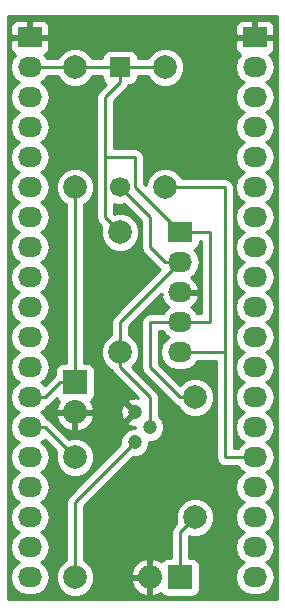
<source format=gbr>
G04 #@! TF.FileFunction,Copper,L1,Top,Signal*
%FSLAX46Y46*%
G04 Gerber Fmt 4.6, Leading zero omitted, Abs format (unit mm)*
G04 Created by KiCad (PCBNEW 4.0.3+e1-6302~38~ubuntu16.04.1-stable) date Tue Aug 16 16:02:34 2016*
%MOMM*%
%LPD*%
G01*
G04 APERTURE LIST*
%ADD10C,0.100000*%
%ADD11C,1.699260*%
%ADD12R,1.699260X1.699260*%
%ADD13R,2.032000X1.727200*%
%ADD14O,2.032000X1.727200*%
%ADD15R,2.032000X2.032000*%
%ADD16O,2.032000X2.032000*%
%ADD17C,1.200000*%
%ADD18C,1.998980*%
%ADD19C,0.250000*%
%ADD20C,0.254000*%
G04 APERTURE END LIST*
D10*
D11*
X68582540Y-88900520D03*
D12*
X68582540Y-78740520D03*
D13*
X60960000Y-76200000D03*
D14*
X60960000Y-78740000D03*
X60960000Y-81280000D03*
X60960000Y-83820000D03*
X60960000Y-86360000D03*
X60960000Y-88900000D03*
X60960000Y-91440000D03*
X60960000Y-93980000D03*
X60960000Y-96520000D03*
X60960000Y-99060000D03*
X60960000Y-101600000D03*
X60960000Y-104140000D03*
X60960000Y-106680000D03*
X60960000Y-109220000D03*
X60960000Y-111760000D03*
X60960000Y-114300000D03*
X60960000Y-116840000D03*
X60960000Y-119380000D03*
X60960000Y-121920000D03*
D13*
X73660000Y-92710000D03*
D14*
X73660000Y-95250000D03*
X73660000Y-97790000D03*
X73660000Y-100330000D03*
X73660000Y-102870000D03*
D15*
X64770000Y-105410000D03*
D16*
X64770000Y-107950000D03*
D13*
X80010000Y-76200000D03*
D14*
X80010000Y-78740000D03*
X80010000Y-81280000D03*
X80010000Y-83820000D03*
X80010000Y-86360000D03*
X80010000Y-88900000D03*
X80010000Y-91440000D03*
X80010000Y-93980000D03*
X80010000Y-96520000D03*
X80010000Y-99060000D03*
X80010000Y-101600000D03*
X80010000Y-104140000D03*
X80010000Y-106680000D03*
X80010000Y-109220000D03*
X80010000Y-111760000D03*
X80010000Y-114300000D03*
X80010000Y-116840000D03*
X80010000Y-119380000D03*
X80010000Y-121920000D03*
D15*
X73660000Y-121920000D03*
D16*
X71120000Y-121920000D03*
D17*
X69850000Y-110490000D03*
X71120000Y-109220000D03*
X69850000Y-107950000D03*
D18*
X64770000Y-121920000D03*
X64770000Y-111760000D03*
X68580000Y-92710000D03*
X68580000Y-102870000D03*
X72390000Y-88900000D03*
X72390000Y-78740000D03*
X64770000Y-78740000D03*
X64770000Y-88900000D03*
X74930000Y-106680000D03*
X74930000Y-116840000D03*
D19*
X68582540Y-88900520D02*
X68582540Y-88902540D01*
X68582540Y-88902540D02*
X71120000Y-91440000D01*
X71120000Y-91440000D02*
X71120000Y-93980000D01*
X71120000Y-93980000D02*
X72390000Y-95250000D01*
X72390000Y-95250000D02*
X73660000Y-95250000D01*
X68580000Y-102870000D02*
X68580000Y-104140000D01*
X71120000Y-106680000D02*
X71120000Y-109220000D01*
X68580000Y-104140000D02*
X71120000Y-106680000D01*
X68580000Y-102870000D02*
X68580000Y-100330000D01*
X68580000Y-100330000D02*
X73660000Y-95250000D01*
X67310000Y-86360000D02*
X69850000Y-86360000D01*
X71120000Y-90170000D02*
X73660000Y-92710000D01*
X69850000Y-88900000D02*
X71120000Y-90170000D01*
X69850000Y-86360000D02*
X69850000Y-88900000D01*
X73660000Y-100330000D02*
X76200000Y-100330000D01*
X76200000Y-100330000D02*
X76200000Y-92710000D01*
X76200000Y-92710000D02*
X73660000Y-92710000D01*
X74930000Y-106680000D02*
X73660000Y-106680000D01*
X71120000Y-100330000D02*
X73660000Y-100330000D01*
X71120000Y-104140000D02*
X71120000Y-100330000D01*
X73660000Y-106680000D02*
X71120000Y-104140000D01*
X68582540Y-78740520D02*
X68582540Y-80007460D01*
X67310000Y-91440000D02*
X68580000Y-92710000D01*
X67310000Y-81280000D02*
X67310000Y-86360000D01*
X67310000Y-86360000D02*
X67310000Y-91440000D01*
X68582540Y-80007460D02*
X67310000Y-81280000D01*
X68582540Y-78740520D02*
X72389480Y-78740520D01*
X72389480Y-78740520D02*
X72390000Y-78740000D01*
X64770000Y-78740000D02*
X68582020Y-78740000D01*
X68582020Y-78740000D02*
X68582540Y-78740520D01*
X60960000Y-78740000D02*
X64770000Y-78740000D01*
X64770000Y-105410000D02*
X64770000Y-88900000D01*
X60960000Y-106680000D02*
X62230000Y-106680000D01*
X63500000Y-105410000D02*
X64770000Y-105410000D01*
X62230000Y-106680000D02*
X63500000Y-105410000D01*
X60960000Y-109220000D02*
X62230000Y-109220000D01*
X62230000Y-109220000D02*
X64770000Y-111760000D01*
X72390000Y-88900000D02*
X77470000Y-88900000D01*
X77470000Y-88900000D02*
X77470000Y-102870000D01*
X73660000Y-102870000D02*
X77470000Y-102870000D01*
X77470000Y-111760000D02*
X80010000Y-111760000D01*
X77470000Y-102870000D02*
X77470000Y-111760000D01*
X73660000Y-121920000D02*
X73660000Y-118110000D01*
X73660000Y-118110000D02*
X74930000Y-116840000D01*
X64770000Y-121920000D02*
X64770000Y-115570000D01*
X64770000Y-115570000D02*
X69850000Y-110490000D01*
D20*
G36*
X81840000Y-123750000D02*
X59130000Y-123750000D01*
X59130000Y-78740000D01*
X59276655Y-78740000D01*
X59390729Y-79313489D01*
X59715585Y-79799670D01*
X60030366Y-80010000D01*
X59715585Y-80220330D01*
X59390729Y-80706511D01*
X59276655Y-81280000D01*
X59390729Y-81853489D01*
X59715585Y-82339670D01*
X60030366Y-82550000D01*
X59715585Y-82760330D01*
X59390729Y-83246511D01*
X59276655Y-83820000D01*
X59390729Y-84393489D01*
X59715585Y-84879670D01*
X60030366Y-85090000D01*
X59715585Y-85300330D01*
X59390729Y-85786511D01*
X59276655Y-86360000D01*
X59390729Y-86933489D01*
X59715585Y-87419670D01*
X60030366Y-87630000D01*
X59715585Y-87840330D01*
X59390729Y-88326511D01*
X59276655Y-88900000D01*
X59390729Y-89473489D01*
X59715585Y-89959670D01*
X60030366Y-90170000D01*
X59715585Y-90380330D01*
X59390729Y-90866511D01*
X59276655Y-91440000D01*
X59390729Y-92013489D01*
X59715585Y-92499670D01*
X60030366Y-92710000D01*
X59715585Y-92920330D01*
X59390729Y-93406511D01*
X59276655Y-93980000D01*
X59390729Y-94553489D01*
X59715585Y-95039670D01*
X60030366Y-95250000D01*
X59715585Y-95460330D01*
X59390729Y-95946511D01*
X59276655Y-96520000D01*
X59390729Y-97093489D01*
X59715585Y-97579670D01*
X60030366Y-97790000D01*
X59715585Y-98000330D01*
X59390729Y-98486511D01*
X59276655Y-99060000D01*
X59390729Y-99633489D01*
X59715585Y-100119670D01*
X60030366Y-100330000D01*
X59715585Y-100540330D01*
X59390729Y-101026511D01*
X59276655Y-101600000D01*
X59390729Y-102173489D01*
X59715585Y-102659670D01*
X60030366Y-102870000D01*
X59715585Y-103080330D01*
X59390729Y-103566511D01*
X59276655Y-104140000D01*
X59390729Y-104713489D01*
X59715585Y-105199670D01*
X60030366Y-105410000D01*
X59715585Y-105620330D01*
X59390729Y-106106511D01*
X59276655Y-106680000D01*
X59390729Y-107253489D01*
X59715585Y-107739670D01*
X60030366Y-107950000D01*
X59715585Y-108160330D01*
X59390729Y-108646511D01*
X59276655Y-109220000D01*
X59390729Y-109793489D01*
X59715585Y-110279670D01*
X60030366Y-110490000D01*
X59715585Y-110700330D01*
X59390729Y-111186511D01*
X59276655Y-111760000D01*
X59390729Y-112333489D01*
X59715585Y-112819670D01*
X60030366Y-113030000D01*
X59715585Y-113240330D01*
X59390729Y-113726511D01*
X59276655Y-114300000D01*
X59390729Y-114873489D01*
X59715585Y-115359670D01*
X60030366Y-115570000D01*
X59715585Y-115780330D01*
X59390729Y-116266511D01*
X59276655Y-116840000D01*
X59390729Y-117413489D01*
X59715585Y-117899670D01*
X60030366Y-118110000D01*
X59715585Y-118320330D01*
X59390729Y-118806511D01*
X59276655Y-119380000D01*
X59390729Y-119953489D01*
X59715585Y-120439670D01*
X60030366Y-120650000D01*
X59715585Y-120860330D01*
X59390729Y-121346511D01*
X59276655Y-121920000D01*
X59390729Y-122493489D01*
X59715585Y-122979670D01*
X60201766Y-123304526D01*
X60775255Y-123418600D01*
X61144745Y-123418600D01*
X61718234Y-123304526D01*
X62204415Y-122979670D01*
X62529271Y-122493489D01*
X62643345Y-121920000D01*
X62529271Y-121346511D01*
X62204415Y-120860330D01*
X61889634Y-120650000D01*
X62204415Y-120439670D01*
X62529271Y-119953489D01*
X62643345Y-119380000D01*
X62529271Y-118806511D01*
X62204415Y-118320330D01*
X61889634Y-118110000D01*
X62204415Y-117899670D01*
X62529271Y-117413489D01*
X62643345Y-116840000D01*
X62529271Y-116266511D01*
X62204415Y-115780330D01*
X61889634Y-115570000D01*
X62204415Y-115359670D01*
X62529271Y-114873489D01*
X62643345Y-114300000D01*
X62529271Y-113726511D01*
X62204415Y-113240330D01*
X61889634Y-113030000D01*
X62204415Y-112819670D01*
X62529271Y-112333489D01*
X62643345Y-111760000D01*
X62529271Y-111186511D01*
X62204415Y-110700330D01*
X61889634Y-110490000D01*
X62204415Y-110279670D01*
X62208602Y-110273404D01*
X63204115Y-111268917D01*
X63135794Y-111433453D01*
X63135226Y-112083694D01*
X63383538Y-112684655D01*
X63842927Y-113144846D01*
X64443453Y-113394206D01*
X65093694Y-113394774D01*
X65694655Y-113146462D01*
X66154846Y-112687073D01*
X66404206Y-112086547D01*
X66404774Y-111436306D01*
X66156462Y-110835345D01*
X65697073Y-110375154D01*
X65096547Y-110125794D01*
X64446306Y-110125226D01*
X64279111Y-110194309D01*
X62767401Y-108682599D01*
X62520839Y-108517852D01*
X62431419Y-108500065D01*
X62319754Y-108332946D01*
X63164017Y-108332946D01*
X63432812Y-108918379D01*
X63905182Y-109356385D01*
X64387056Y-109555975D01*
X64643000Y-109436836D01*
X64643000Y-108077000D01*
X64897000Y-108077000D01*
X64897000Y-109436836D01*
X65152944Y-109555975D01*
X65634818Y-109356385D01*
X66107188Y-108918379D01*
X66375983Y-108332946D01*
X66257367Y-108077000D01*
X64897000Y-108077000D01*
X64643000Y-108077000D01*
X63282633Y-108077000D01*
X63164017Y-108332946D01*
X62319754Y-108332946D01*
X62204415Y-108160330D01*
X61889634Y-107950000D01*
X62204415Y-107739670D01*
X62431419Y-107399935D01*
X62520839Y-107382148D01*
X62767401Y-107217401D01*
X63218436Y-106766366D01*
X63289910Y-106877441D01*
X63436872Y-106977856D01*
X63432812Y-106981621D01*
X63164017Y-107567054D01*
X63282633Y-107823000D01*
X64643000Y-107823000D01*
X64643000Y-107803000D01*
X64897000Y-107803000D01*
X64897000Y-107823000D01*
X66257367Y-107823000D01*
X66276814Y-107781036D01*
X68602193Y-107781036D01*
X68632518Y-108271413D01*
X68761836Y-108583617D01*
X68987265Y-108633130D01*
X69670395Y-107950000D01*
X68987265Y-107266870D01*
X68761836Y-107316383D01*
X68602193Y-107781036D01*
X66276814Y-107781036D01*
X66375983Y-107567054D01*
X66107188Y-106981621D01*
X66102276Y-106977066D01*
X66237441Y-106890090D01*
X66382431Y-106677890D01*
X66433440Y-106426000D01*
X66433440Y-104394000D01*
X66389162Y-104158683D01*
X66250090Y-103942559D01*
X66037890Y-103797569D01*
X65786000Y-103746560D01*
X65530000Y-103746560D01*
X65530000Y-90354496D01*
X65694655Y-90286462D01*
X66154846Y-89827073D01*
X66404206Y-89226547D01*
X66404774Y-88576306D01*
X66156462Y-87975345D01*
X65697073Y-87515154D01*
X65096547Y-87265794D01*
X64446306Y-87265226D01*
X63845345Y-87513538D01*
X63385154Y-87972927D01*
X63135794Y-88573453D01*
X63135226Y-89223694D01*
X63383538Y-89824655D01*
X63842927Y-90284846D01*
X64010000Y-90354221D01*
X64010000Y-103746560D01*
X63754000Y-103746560D01*
X63518683Y-103790838D01*
X63302559Y-103929910D01*
X63157569Y-104142110D01*
X63106560Y-104394000D01*
X63106560Y-104776407D01*
X62962599Y-104872599D01*
X62208602Y-105626596D01*
X62204415Y-105620330D01*
X61889634Y-105410000D01*
X62204415Y-105199670D01*
X62529271Y-104713489D01*
X62643345Y-104140000D01*
X62529271Y-103566511D01*
X62204415Y-103080330D01*
X61889634Y-102870000D01*
X62204415Y-102659670D01*
X62529271Y-102173489D01*
X62643345Y-101600000D01*
X62529271Y-101026511D01*
X62204415Y-100540330D01*
X61889634Y-100330000D01*
X62204415Y-100119670D01*
X62529271Y-99633489D01*
X62643345Y-99060000D01*
X62529271Y-98486511D01*
X62204415Y-98000330D01*
X61889634Y-97790000D01*
X62204415Y-97579670D01*
X62529271Y-97093489D01*
X62643345Y-96520000D01*
X62529271Y-95946511D01*
X62204415Y-95460330D01*
X61889634Y-95250000D01*
X62204415Y-95039670D01*
X62529271Y-94553489D01*
X62643345Y-93980000D01*
X62529271Y-93406511D01*
X62204415Y-92920330D01*
X61889634Y-92710000D01*
X62204415Y-92499670D01*
X62529271Y-92013489D01*
X62643345Y-91440000D01*
X62529271Y-90866511D01*
X62204415Y-90380330D01*
X61889634Y-90170000D01*
X62204415Y-89959670D01*
X62529271Y-89473489D01*
X62643345Y-88900000D01*
X62529271Y-88326511D01*
X62204415Y-87840330D01*
X61889634Y-87630000D01*
X62204415Y-87419670D01*
X62529271Y-86933489D01*
X62643345Y-86360000D01*
X62529271Y-85786511D01*
X62204415Y-85300330D01*
X61889634Y-85090000D01*
X62204415Y-84879670D01*
X62529271Y-84393489D01*
X62643345Y-83820000D01*
X62529271Y-83246511D01*
X62204415Y-82760330D01*
X61889634Y-82550000D01*
X62204415Y-82339670D01*
X62529271Y-81853489D01*
X62643345Y-81280000D01*
X62529271Y-80706511D01*
X62204415Y-80220330D01*
X61889634Y-80010000D01*
X62204415Y-79799670D01*
X62404648Y-79500000D01*
X63315504Y-79500000D01*
X63383538Y-79664655D01*
X63842927Y-80124846D01*
X64443453Y-80374206D01*
X65093694Y-80374774D01*
X65694655Y-80126462D01*
X66154846Y-79667073D01*
X66224221Y-79500000D01*
X67085470Y-79500000D01*
X67085470Y-79590150D01*
X67129748Y-79825467D01*
X67268820Y-80041591D01*
X67390480Y-80124718D01*
X66772599Y-80742599D01*
X66607852Y-80989161D01*
X66550000Y-81280000D01*
X66550000Y-91440000D01*
X66607852Y-91730839D01*
X66772599Y-91977401D01*
X67014115Y-92218917D01*
X66945794Y-92383453D01*
X66945226Y-93033694D01*
X67193538Y-93634655D01*
X67652927Y-94094846D01*
X68253453Y-94344206D01*
X68903694Y-94344774D01*
X69504655Y-94096462D01*
X69964846Y-93637073D01*
X70214206Y-93036547D01*
X70214774Y-92386306D01*
X69966462Y-91785345D01*
X69507073Y-91325154D01*
X68906547Y-91075794D01*
X68256306Y-91075226D01*
X68089111Y-91144309D01*
X68070000Y-91125198D01*
X68070000Y-90295229D01*
X68285933Y-90384892D01*
X68876556Y-90385408D01*
X68957260Y-90352062D01*
X70360000Y-91754802D01*
X70360000Y-93980000D01*
X70417852Y-94270839D01*
X70582599Y-94517401D01*
X71852599Y-95787401D01*
X71969612Y-95865586D01*
X68042599Y-99792599D01*
X67877852Y-100039161D01*
X67820000Y-100330000D01*
X67820000Y-101415504D01*
X67655345Y-101483538D01*
X67195154Y-101942927D01*
X66945794Y-102543453D01*
X66945226Y-103193694D01*
X67193538Y-103794655D01*
X67652927Y-104254846D01*
X67859943Y-104340807D01*
X67877852Y-104430839D01*
X68042599Y-104677401D01*
X70092738Y-106727540D01*
X70018964Y-106702193D01*
X69528587Y-106732518D01*
X69216383Y-106861836D01*
X69166870Y-107087265D01*
X69850000Y-107770395D01*
X69864143Y-107756253D01*
X70043748Y-107935858D01*
X70029605Y-107950000D01*
X70043748Y-107964143D01*
X69864143Y-108143748D01*
X69850000Y-108129605D01*
X69166870Y-108812735D01*
X69216383Y-109038164D01*
X69681036Y-109197807D01*
X69885030Y-109185192D01*
X69884969Y-109255030D01*
X69605421Y-109254786D01*
X69151343Y-109442408D01*
X68803629Y-109789515D01*
X68615215Y-110243266D01*
X68614860Y-110650338D01*
X64232599Y-115032599D01*
X64067852Y-115279161D01*
X64010000Y-115570000D01*
X64010000Y-120465504D01*
X63845345Y-120533538D01*
X63385154Y-120992927D01*
X63135794Y-121593453D01*
X63135226Y-122243694D01*
X63383538Y-122844655D01*
X63842927Y-123304846D01*
X64443453Y-123554206D01*
X65093694Y-123554774D01*
X65694655Y-123306462D01*
X66154846Y-122847073D01*
X66380787Y-122302944D01*
X69514025Y-122302944D01*
X69713615Y-122784818D01*
X70151621Y-123257188D01*
X70737054Y-123525983D01*
X70993000Y-123407367D01*
X70993000Y-122047000D01*
X69633164Y-122047000D01*
X69514025Y-122302944D01*
X66380787Y-122302944D01*
X66404206Y-122246547D01*
X66404774Y-121596306D01*
X66380293Y-121537056D01*
X69514025Y-121537056D01*
X69633164Y-121793000D01*
X70993000Y-121793000D01*
X70993000Y-120432633D01*
X71247000Y-120432633D01*
X71247000Y-121793000D01*
X71267000Y-121793000D01*
X71267000Y-122047000D01*
X71247000Y-122047000D01*
X71247000Y-123407367D01*
X71502946Y-123525983D01*
X72088379Y-123257188D01*
X72092934Y-123252276D01*
X72179910Y-123387441D01*
X72392110Y-123532431D01*
X72644000Y-123583440D01*
X74676000Y-123583440D01*
X74911317Y-123539162D01*
X75127441Y-123400090D01*
X75272431Y-123187890D01*
X75323440Y-122936000D01*
X75323440Y-120904000D01*
X75279162Y-120668683D01*
X75140090Y-120452559D01*
X74927890Y-120307569D01*
X74676000Y-120256560D01*
X74420000Y-120256560D01*
X74420000Y-118424802D01*
X74438917Y-118405885D01*
X74603453Y-118474206D01*
X75253694Y-118474774D01*
X75854655Y-118226462D01*
X76314846Y-117767073D01*
X76564206Y-117166547D01*
X76564774Y-116516306D01*
X76316462Y-115915345D01*
X75857073Y-115455154D01*
X75256547Y-115205794D01*
X74606306Y-115205226D01*
X74005345Y-115453538D01*
X73545154Y-115912927D01*
X73295794Y-116513453D01*
X73295226Y-117163694D01*
X73364309Y-117330889D01*
X73122599Y-117572599D01*
X72957852Y-117819161D01*
X72900000Y-118110000D01*
X72900000Y-120256560D01*
X72644000Y-120256560D01*
X72408683Y-120300838D01*
X72192559Y-120439910D01*
X72092144Y-120586872D01*
X72088379Y-120582812D01*
X71502946Y-120314017D01*
X71247000Y-120432633D01*
X70993000Y-120432633D01*
X70737054Y-120314017D01*
X70151621Y-120582812D01*
X69713615Y-121055182D01*
X69514025Y-121537056D01*
X66380293Y-121537056D01*
X66156462Y-120995345D01*
X65697073Y-120535154D01*
X65530000Y-120465779D01*
X65530000Y-115884802D01*
X69689941Y-111724861D01*
X70094579Y-111725214D01*
X70548657Y-111537592D01*
X70896371Y-111190485D01*
X71084785Y-110736734D01*
X71085031Y-110454970D01*
X71364579Y-110455214D01*
X71818657Y-110267592D01*
X72166371Y-109920485D01*
X72354785Y-109466734D01*
X72355214Y-108975421D01*
X72167592Y-108521343D01*
X71880000Y-108233248D01*
X71880000Y-106680000D01*
X71822148Y-106389161D01*
X71822148Y-106389160D01*
X71657401Y-106142599D01*
X69638076Y-104123274D01*
X69964846Y-103797073D01*
X70214206Y-103196547D01*
X70214774Y-102546306D01*
X69966462Y-101945345D01*
X69507073Y-101485154D01*
X69340000Y-101415779D01*
X69340000Y-100644802D01*
X72067800Y-97917002D01*
X72173782Y-97917002D01*
X72052642Y-98149026D01*
X72055291Y-98164791D01*
X72309268Y-98692036D01*
X72725069Y-99063539D01*
X72415585Y-99270330D01*
X72215352Y-99570000D01*
X71120000Y-99570000D01*
X70829161Y-99627852D01*
X70582599Y-99792599D01*
X70417852Y-100039161D01*
X70360000Y-100330000D01*
X70360000Y-104140000D01*
X70417852Y-104430839D01*
X70582599Y-104677401D01*
X73122599Y-107217401D01*
X73369160Y-107382148D01*
X73417414Y-107391746D01*
X73458982Y-107400015D01*
X73543538Y-107604655D01*
X74002927Y-108064846D01*
X74603453Y-108314206D01*
X75253694Y-108314774D01*
X75854655Y-108066462D01*
X76314846Y-107607073D01*
X76564206Y-107006547D01*
X76564774Y-106356306D01*
X76316462Y-105755345D01*
X75857073Y-105295154D01*
X75256547Y-105045794D01*
X74606306Y-105045226D01*
X74005345Y-105293538D01*
X73676556Y-105621754D01*
X71880000Y-103825198D01*
X71880000Y-101090000D01*
X72215352Y-101090000D01*
X72415585Y-101389670D01*
X72730366Y-101600000D01*
X72415585Y-101810330D01*
X72090729Y-102296511D01*
X71976655Y-102870000D01*
X72090729Y-103443489D01*
X72415585Y-103929670D01*
X72901766Y-104254526D01*
X73475255Y-104368600D01*
X73844745Y-104368600D01*
X74418234Y-104254526D01*
X74904415Y-103929670D01*
X75104648Y-103630000D01*
X76710000Y-103630000D01*
X76710000Y-111760000D01*
X76767852Y-112050839D01*
X76932599Y-112297401D01*
X77179161Y-112462148D01*
X77470000Y-112520000D01*
X78565352Y-112520000D01*
X78765585Y-112819670D01*
X79080366Y-113030000D01*
X78765585Y-113240330D01*
X78440729Y-113726511D01*
X78326655Y-114300000D01*
X78440729Y-114873489D01*
X78765585Y-115359670D01*
X79080366Y-115570000D01*
X78765585Y-115780330D01*
X78440729Y-116266511D01*
X78326655Y-116840000D01*
X78440729Y-117413489D01*
X78765585Y-117899670D01*
X79080366Y-118110000D01*
X78765585Y-118320330D01*
X78440729Y-118806511D01*
X78326655Y-119380000D01*
X78440729Y-119953489D01*
X78765585Y-120439670D01*
X79080366Y-120650000D01*
X78765585Y-120860330D01*
X78440729Y-121346511D01*
X78326655Y-121920000D01*
X78440729Y-122493489D01*
X78765585Y-122979670D01*
X79251766Y-123304526D01*
X79825255Y-123418600D01*
X80194745Y-123418600D01*
X80768234Y-123304526D01*
X81254415Y-122979670D01*
X81579271Y-122493489D01*
X81693345Y-121920000D01*
X81579271Y-121346511D01*
X81254415Y-120860330D01*
X80939634Y-120650000D01*
X81254415Y-120439670D01*
X81579271Y-119953489D01*
X81693345Y-119380000D01*
X81579271Y-118806511D01*
X81254415Y-118320330D01*
X80939634Y-118110000D01*
X81254415Y-117899670D01*
X81579271Y-117413489D01*
X81693345Y-116840000D01*
X81579271Y-116266511D01*
X81254415Y-115780330D01*
X80939634Y-115570000D01*
X81254415Y-115359670D01*
X81579271Y-114873489D01*
X81693345Y-114300000D01*
X81579271Y-113726511D01*
X81254415Y-113240330D01*
X80939634Y-113030000D01*
X81254415Y-112819670D01*
X81579271Y-112333489D01*
X81693345Y-111760000D01*
X81579271Y-111186511D01*
X81254415Y-110700330D01*
X80939634Y-110490000D01*
X81254415Y-110279670D01*
X81579271Y-109793489D01*
X81693345Y-109220000D01*
X81579271Y-108646511D01*
X81254415Y-108160330D01*
X80939634Y-107950000D01*
X81254415Y-107739670D01*
X81579271Y-107253489D01*
X81693345Y-106680000D01*
X81579271Y-106106511D01*
X81254415Y-105620330D01*
X80939634Y-105410000D01*
X81254415Y-105199670D01*
X81579271Y-104713489D01*
X81693345Y-104140000D01*
X81579271Y-103566511D01*
X81254415Y-103080330D01*
X80939634Y-102870000D01*
X81254415Y-102659670D01*
X81579271Y-102173489D01*
X81693345Y-101600000D01*
X81579271Y-101026511D01*
X81254415Y-100540330D01*
X80939634Y-100330000D01*
X81254415Y-100119670D01*
X81579271Y-99633489D01*
X81693345Y-99060000D01*
X81579271Y-98486511D01*
X81254415Y-98000330D01*
X80939634Y-97790000D01*
X81254415Y-97579670D01*
X81579271Y-97093489D01*
X81693345Y-96520000D01*
X81579271Y-95946511D01*
X81254415Y-95460330D01*
X80939634Y-95250000D01*
X81254415Y-95039670D01*
X81579271Y-94553489D01*
X81693345Y-93980000D01*
X81579271Y-93406511D01*
X81254415Y-92920330D01*
X80939634Y-92710000D01*
X81254415Y-92499670D01*
X81579271Y-92013489D01*
X81693345Y-91440000D01*
X81579271Y-90866511D01*
X81254415Y-90380330D01*
X80939634Y-90170000D01*
X81254415Y-89959670D01*
X81579271Y-89473489D01*
X81693345Y-88900000D01*
X81579271Y-88326511D01*
X81254415Y-87840330D01*
X80939634Y-87630000D01*
X81254415Y-87419670D01*
X81579271Y-86933489D01*
X81693345Y-86360000D01*
X81579271Y-85786511D01*
X81254415Y-85300330D01*
X80939634Y-85090000D01*
X81254415Y-84879670D01*
X81579271Y-84393489D01*
X81693345Y-83820000D01*
X81579271Y-83246511D01*
X81254415Y-82760330D01*
X80939634Y-82550000D01*
X81254415Y-82339670D01*
X81579271Y-81853489D01*
X81693345Y-81280000D01*
X81579271Y-80706511D01*
X81254415Y-80220330D01*
X80939634Y-80010000D01*
X81254415Y-79799670D01*
X81579271Y-79313489D01*
X81693345Y-78740000D01*
X81579271Y-78166511D01*
X81254415Y-77680330D01*
X81232220Y-77665500D01*
X81385699Y-77601927D01*
X81564327Y-77423298D01*
X81661000Y-77189909D01*
X81661000Y-76485750D01*
X81502250Y-76327000D01*
X80137000Y-76327000D01*
X80137000Y-76347000D01*
X79883000Y-76347000D01*
X79883000Y-76327000D01*
X78517750Y-76327000D01*
X78359000Y-76485750D01*
X78359000Y-77189909D01*
X78455673Y-77423298D01*
X78634301Y-77601927D01*
X78787780Y-77665500D01*
X78765585Y-77680330D01*
X78440729Y-78166511D01*
X78326655Y-78740000D01*
X78440729Y-79313489D01*
X78765585Y-79799670D01*
X79080366Y-80010000D01*
X78765585Y-80220330D01*
X78440729Y-80706511D01*
X78326655Y-81280000D01*
X78440729Y-81853489D01*
X78765585Y-82339670D01*
X79080366Y-82550000D01*
X78765585Y-82760330D01*
X78440729Y-83246511D01*
X78326655Y-83820000D01*
X78440729Y-84393489D01*
X78765585Y-84879670D01*
X79080366Y-85090000D01*
X78765585Y-85300330D01*
X78440729Y-85786511D01*
X78326655Y-86360000D01*
X78440729Y-86933489D01*
X78765585Y-87419670D01*
X79080366Y-87630000D01*
X78765585Y-87840330D01*
X78440729Y-88326511D01*
X78326655Y-88900000D01*
X78440729Y-89473489D01*
X78765585Y-89959670D01*
X79080366Y-90170000D01*
X78765585Y-90380330D01*
X78440729Y-90866511D01*
X78326655Y-91440000D01*
X78440729Y-92013489D01*
X78765585Y-92499670D01*
X79080366Y-92710000D01*
X78765585Y-92920330D01*
X78440729Y-93406511D01*
X78326655Y-93980000D01*
X78440729Y-94553489D01*
X78765585Y-95039670D01*
X79080366Y-95250000D01*
X78765585Y-95460330D01*
X78440729Y-95946511D01*
X78326655Y-96520000D01*
X78440729Y-97093489D01*
X78765585Y-97579670D01*
X79080366Y-97790000D01*
X78765585Y-98000330D01*
X78440729Y-98486511D01*
X78326655Y-99060000D01*
X78440729Y-99633489D01*
X78765585Y-100119670D01*
X79080366Y-100330000D01*
X78765585Y-100540330D01*
X78440729Y-101026511D01*
X78326655Y-101600000D01*
X78440729Y-102173489D01*
X78765585Y-102659670D01*
X79080366Y-102870000D01*
X78765585Y-103080330D01*
X78440729Y-103566511D01*
X78326655Y-104140000D01*
X78440729Y-104713489D01*
X78765585Y-105199670D01*
X79080366Y-105410000D01*
X78765585Y-105620330D01*
X78440729Y-106106511D01*
X78326655Y-106680000D01*
X78440729Y-107253489D01*
X78765585Y-107739670D01*
X79080366Y-107950000D01*
X78765585Y-108160330D01*
X78440729Y-108646511D01*
X78326655Y-109220000D01*
X78440729Y-109793489D01*
X78765585Y-110279670D01*
X79080366Y-110490000D01*
X78765585Y-110700330D01*
X78565352Y-111000000D01*
X78230000Y-111000000D01*
X78230000Y-88900000D01*
X78172148Y-88609161D01*
X78007401Y-88362599D01*
X77760839Y-88197852D01*
X77470000Y-88140000D01*
X73844496Y-88140000D01*
X73776462Y-87975345D01*
X73317073Y-87515154D01*
X72716547Y-87265794D01*
X72066306Y-87265226D01*
X71465345Y-87513538D01*
X71005154Y-87972927D01*
X70755794Y-88573453D01*
X70755657Y-88730855D01*
X70610000Y-88585198D01*
X70610000Y-86360000D01*
X70552148Y-86069161D01*
X70387401Y-85822599D01*
X70140839Y-85657852D01*
X69850000Y-85600000D01*
X68070000Y-85600000D01*
X68070000Y-81594802D01*
X69119941Y-80544861D01*
X69284688Y-80298300D01*
X69296764Y-80237590D01*
X69432170Y-80237590D01*
X69667487Y-80193312D01*
X69883611Y-80054240D01*
X70028601Y-79842040D01*
X70079610Y-79590150D01*
X70079610Y-79500520D01*
X70935719Y-79500520D01*
X71003538Y-79664655D01*
X71462927Y-80124846D01*
X72063453Y-80374206D01*
X72713694Y-80374774D01*
X73314655Y-80126462D01*
X73774846Y-79667073D01*
X74024206Y-79066547D01*
X74024774Y-78416306D01*
X73776462Y-77815345D01*
X73317073Y-77355154D01*
X72716547Y-77105794D01*
X72066306Y-77105226D01*
X71465345Y-77353538D01*
X71005154Y-77812927D01*
X70935563Y-77980520D01*
X70079610Y-77980520D01*
X70079610Y-77890890D01*
X70035332Y-77655573D01*
X69896260Y-77439449D01*
X69684060Y-77294459D01*
X69432170Y-77243450D01*
X67732910Y-77243450D01*
X67497593Y-77287728D01*
X67281469Y-77426800D01*
X67136479Y-77639000D01*
X67085470Y-77890890D01*
X67085470Y-77980000D01*
X66224496Y-77980000D01*
X66156462Y-77815345D01*
X65697073Y-77355154D01*
X65096547Y-77105794D01*
X64446306Y-77105226D01*
X63845345Y-77353538D01*
X63385154Y-77812927D01*
X63315779Y-77980000D01*
X62404648Y-77980000D01*
X62204415Y-77680330D01*
X62182220Y-77665500D01*
X62335699Y-77601927D01*
X62514327Y-77423298D01*
X62611000Y-77189909D01*
X62611000Y-76485750D01*
X62452250Y-76327000D01*
X61087000Y-76327000D01*
X61087000Y-76347000D01*
X60833000Y-76347000D01*
X60833000Y-76327000D01*
X59467750Y-76327000D01*
X59309000Y-76485750D01*
X59309000Y-77189909D01*
X59405673Y-77423298D01*
X59584301Y-77601927D01*
X59737780Y-77665500D01*
X59715585Y-77680330D01*
X59390729Y-78166511D01*
X59276655Y-78740000D01*
X59130000Y-78740000D01*
X59130000Y-75210091D01*
X59309000Y-75210091D01*
X59309000Y-75914250D01*
X59467750Y-76073000D01*
X60833000Y-76073000D01*
X60833000Y-74860150D01*
X61087000Y-74860150D01*
X61087000Y-76073000D01*
X62452250Y-76073000D01*
X62611000Y-75914250D01*
X62611000Y-75210091D01*
X78359000Y-75210091D01*
X78359000Y-75914250D01*
X78517750Y-76073000D01*
X79883000Y-76073000D01*
X79883000Y-74860150D01*
X80137000Y-74860150D01*
X80137000Y-76073000D01*
X81502250Y-76073000D01*
X81661000Y-75914250D01*
X81661000Y-75210091D01*
X81564327Y-74976702D01*
X81385699Y-74798073D01*
X81152310Y-74701400D01*
X80295750Y-74701400D01*
X80137000Y-74860150D01*
X79883000Y-74860150D01*
X79724250Y-74701400D01*
X78867690Y-74701400D01*
X78634301Y-74798073D01*
X78455673Y-74976702D01*
X78359000Y-75210091D01*
X62611000Y-75210091D01*
X62514327Y-74976702D01*
X62335699Y-74798073D01*
X62102310Y-74701400D01*
X61245750Y-74701400D01*
X61087000Y-74860150D01*
X60833000Y-74860150D01*
X60674250Y-74701400D01*
X59817690Y-74701400D01*
X59584301Y-74798073D01*
X59405673Y-74976702D01*
X59309000Y-75210091D01*
X59130000Y-75210091D01*
X59130000Y-74370000D01*
X81840000Y-74370000D01*
X81840000Y-123750000D01*
X81840000Y-123750000D01*
G37*
X81840000Y-123750000D02*
X59130000Y-123750000D01*
X59130000Y-78740000D01*
X59276655Y-78740000D01*
X59390729Y-79313489D01*
X59715585Y-79799670D01*
X60030366Y-80010000D01*
X59715585Y-80220330D01*
X59390729Y-80706511D01*
X59276655Y-81280000D01*
X59390729Y-81853489D01*
X59715585Y-82339670D01*
X60030366Y-82550000D01*
X59715585Y-82760330D01*
X59390729Y-83246511D01*
X59276655Y-83820000D01*
X59390729Y-84393489D01*
X59715585Y-84879670D01*
X60030366Y-85090000D01*
X59715585Y-85300330D01*
X59390729Y-85786511D01*
X59276655Y-86360000D01*
X59390729Y-86933489D01*
X59715585Y-87419670D01*
X60030366Y-87630000D01*
X59715585Y-87840330D01*
X59390729Y-88326511D01*
X59276655Y-88900000D01*
X59390729Y-89473489D01*
X59715585Y-89959670D01*
X60030366Y-90170000D01*
X59715585Y-90380330D01*
X59390729Y-90866511D01*
X59276655Y-91440000D01*
X59390729Y-92013489D01*
X59715585Y-92499670D01*
X60030366Y-92710000D01*
X59715585Y-92920330D01*
X59390729Y-93406511D01*
X59276655Y-93980000D01*
X59390729Y-94553489D01*
X59715585Y-95039670D01*
X60030366Y-95250000D01*
X59715585Y-95460330D01*
X59390729Y-95946511D01*
X59276655Y-96520000D01*
X59390729Y-97093489D01*
X59715585Y-97579670D01*
X60030366Y-97790000D01*
X59715585Y-98000330D01*
X59390729Y-98486511D01*
X59276655Y-99060000D01*
X59390729Y-99633489D01*
X59715585Y-100119670D01*
X60030366Y-100330000D01*
X59715585Y-100540330D01*
X59390729Y-101026511D01*
X59276655Y-101600000D01*
X59390729Y-102173489D01*
X59715585Y-102659670D01*
X60030366Y-102870000D01*
X59715585Y-103080330D01*
X59390729Y-103566511D01*
X59276655Y-104140000D01*
X59390729Y-104713489D01*
X59715585Y-105199670D01*
X60030366Y-105410000D01*
X59715585Y-105620330D01*
X59390729Y-106106511D01*
X59276655Y-106680000D01*
X59390729Y-107253489D01*
X59715585Y-107739670D01*
X60030366Y-107950000D01*
X59715585Y-108160330D01*
X59390729Y-108646511D01*
X59276655Y-109220000D01*
X59390729Y-109793489D01*
X59715585Y-110279670D01*
X60030366Y-110490000D01*
X59715585Y-110700330D01*
X59390729Y-111186511D01*
X59276655Y-111760000D01*
X59390729Y-112333489D01*
X59715585Y-112819670D01*
X60030366Y-113030000D01*
X59715585Y-113240330D01*
X59390729Y-113726511D01*
X59276655Y-114300000D01*
X59390729Y-114873489D01*
X59715585Y-115359670D01*
X60030366Y-115570000D01*
X59715585Y-115780330D01*
X59390729Y-116266511D01*
X59276655Y-116840000D01*
X59390729Y-117413489D01*
X59715585Y-117899670D01*
X60030366Y-118110000D01*
X59715585Y-118320330D01*
X59390729Y-118806511D01*
X59276655Y-119380000D01*
X59390729Y-119953489D01*
X59715585Y-120439670D01*
X60030366Y-120650000D01*
X59715585Y-120860330D01*
X59390729Y-121346511D01*
X59276655Y-121920000D01*
X59390729Y-122493489D01*
X59715585Y-122979670D01*
X60201766Y-123304526D01*
X60775255Y-123418600D01*
X61144745Y-123418600D01*
X61718234Y-123304526D01*
X62204415Y-122979670D01*
X62529271Y-122493489D01*
X62643345Y-121920000D01*
X62529271Y-121346511D01*
X62204415Y-120860330D01*
X61889634Y-120650000D01*
X62204415Y-120439670D01*
X62529271Y-119953489D01*
X62643345Y-119380000D01*
X62529271Y-118806511D01*
X62204415Y-118320330D01*
X61889634Y-118110000D01*
X62204415Y-117899670D01*
X62529271Y-117413489D01*
X62643345Y-116840000D01*
X62529271Y-116266511D01*
X62204415Y-115780330D01*
X61889634Y-115570000D01*
X62204415Y-115359670D01*
X62529271Y-114873489D01*
X62643345Y-114300000D01*
X62529271Y-113726511D01*
X62204415Y-113240330D01*
X61889634Y-113030000D01*
X62204415Y-112819670D01*
X62529271Y-112333489D01*
X62643345Y-111760000D01*
X62529271Y-111186511D01*
X62204415Y-110700330D01*
X61889634Y-110490000D01*
X62204415Y-110279670D01*
X62208602Y-110273404D01*
X63204115Y-111268917D01*
X63135794Y-111433453D01*
X63135226Y-112083694D01*
X63383538Y-112684655D01*
X63842927Y-113144846D01*
X64443453Y-113394206D01*
X65093694Y-113394774D01*
X65694655Y-113146462D01*
X66154846Y-112687073D01*
X66404206Y-112086547D01*
X66404774Y-111436306D01*
X66156462Y-110835345D01*
X65697073Y-110375154D01*
X65096547Y-110125794D01*
X64446306Y-110125226D01*
X64279111Y-110194309D01*
X62767401Y-108682599D01*
X62520839Y-108517852D01*
X62431419Y-108500065D01*
X62319754Y-108332946D01*
X63164017Y-108332946D01*
X63432812Y-108918379D01*
X63905182Y-109356385D01*
X64387056Y-109555975D01*
X64643000Y-109436836D01*
X64643000Y-108077000D01*
X64897000Y-108077000D01*
X64897000Y-109436836D01*
X65152944Y-109555975D01*
X65634818Y-109356385D01*
X66107188Y-108918379D01*
X66375983Y-108332946D01*
X66257367Y-108077000D01*
X64897000Y-108077000D01*
X64643000Y-108077000D01*
X63282633Y-108077000D01*
X63164017Y-108332946D01*
X62319754Y-108332946D01*
X62204415Y-108160330D01*
X61889634Y-107950000D01*
X62204415Y-107739670D01*
X62431419Y-107399935D01*
X62520839Y-107382148D01*
X62767401Y-107217401D01*
X63218436Y-106766366D01*
X63289910Y-106877441D01*
X63436872Y-106977856D01*
X63432812Y-106981621D01*
X63164017Y-107567054D01*
X63282633Y-107823000D01*
X64643000Y-107823000D01*
X64643000Y-107803000D01*
X64897000Y-107803000D01*
X64897000Y-107823000D01*
X66257367Y-107823000D01*
X66276814Y-107781036D01*
X68602193Y-107781036D01*
X68632518Y-108271413D01*
X68761836Y-108583617D01*
X68987265Y-108633130D01*
X69670395Y-107950000D01*
X68987265Y-107266870D01*
X68761836Y-107316383D01*
X68602193Y-107781036D01*
X66276814Y-107781036D01*
X66375983Y-107567054D01*
X66107188Y-106981621D01*
X66102276Y-106977066D01*
X66237441Y-106890090D01*
X66382431Y-106677890D01*
X66433440Y-106426000D01*
X66433440Y-104394000D01*
X66389162Y-104158683D01*
X66250090Y-103942559D01*
X66037890Y-103797569D01*
X65786000Y-103746560D01*
X65530000Y-103746560D01*
X65530000Y-90354496D01*
X65694655Y-90286462D01*
X66154846Y-89827073D01*
X66404206Y-89226547D01*
X66404774Y-88576306D01*
X66156462Y-87975345D01*
X65697073Y-87515154D01*
X65096547Y-87265794D01*
X64446306Y-87265226D01*
X63845345Y-87513538D01*
X63385154Y-87972927D01*
X63135794Y-88573453D01*
X63135226Y-89223694D01*
X63383538Y-89824655D01*
X63842927Y-90284846D01*
X64010000Y-90354221D01*
X64010000Y-103746560D01*
X63754000Y-103746560D01*
X63518683Y-103790838D01*
X63302559Y-103929910D01*
X63157569Y-104142110D01*
X63106560Y-104394000D01*
X63106560Y-104776407D01*
X62962599Y-104872599D01*
X62208602Y-105626596D01*
X62204415Y-105620330D01*
X61889634Y-105410000D01*
X62204415Y-105199670D01*
X62529271Y-104713489D01*
X62643345Y-104140000D01*
X62529271Y-103566511D01*
X62204415Y-103080330D01*
X61889634Y-102870000D01*
X62204415Y-102659670D01*
X62529271Y-102173489D01*
X62643345Y-101600000D01*
X62529271Y-101026511D01*
X62204415Y-100540330D01*
X61889634Y-100330000D01*
X62204415Y-100119670D01*
X62529271Y-99633489D01*
X62643345Y-99060000D01*
X62529271Y-98486511D01*
X62204415Y-98000330D01*
X61889634Y-97790000D01*
X62204415Y-97579670D01*
X62529271Y-97093489D01*
X62643345Y-96520000D01*
X62529271Y-95946511D01*
X62204415Y-95460330D01*
X61889634Y-95250000D01*
X62204415Y-95039670D01*
X62529271Y-94553489D01*
X62643345Y-93980000D01*
X62529271Y-93406511D01*
X62204415Y-92920330D01*
X61889634Y-92710000D01*
X62204415Y-92499670D01*
X62529271Y-92013489D01*
X62643345Y-91440000D01*
X62529271Y-90866511D01*
X62204415Y-90380330D01*
X61889634Y-90170000D01*
X62204415Y-89959670D01*
X62529271Y-89473489D01*
X62643345Y-88900000D01*
X62529271Y-88326511D01*
X62204415Y-87840330D01*
X61889634Y-87630000D01*
X62204415Y-87419670D01*
X62529271Y-86933489D01*
X62643345Y-86360000D01*
X62529271Y-85786511D01*
X62204415Y-85300330D01*
X61889634Y-85090000D01*
X62204415Y-84879670D01*
X62529271Y-84393489D01*
X62643345Y-83820000D01*
X62529271Y-83246511D01*
X62204415Y-82760330D01*
X61889634Y-82550000D01*
X62204415Y-82339670D01*
X62529271Y-81853489D01*
X62643345Y-81280000D01*
X62529271Y-80706511D01*
X62204415Y-80220330D01*
X61889634Y-80010000D01*
X62204415Y-79799670D01*
X62404648Y-79500000D01*
X63315504Y-79500000D01*
X63383538Y-79664655D01*
X63842927Y-80124846D01*
X64443453Y-80374206D01*
X65093694Y-80374774D01*
X65694655Y-80126462D01*
X66154846Y-79667073D01*
X66224221Y-79500000D01*
X67085470Y-79500000D01*
X67085470Y-79590150D01*
X67129748Y-79825467D01*
X67268820Y-80041591D01*
X67390480Y-80124718D01*
X66772599Y-80742599D01*
X66607852Y-80989161D01*
X66550000Y-81280000D01*
X66550000Y-91440000D01*
X66607852Y-91730839D01*
X66772599Y-91977401D01*
X67014115Y-92218917D01*
X66945794Y-92383453D01*
X66945226Y-93033694D01*
X67193538Y-93634655D01*
X67652927Y-94094846D01*
X68253453Y-94344206D01*
X68903694Y-94344774D01*
X69504655Y-94096462D01*
X69964846Y-93637073D01*
X70214206Y-93036547D01*
X70214774Y-92386306D01*
X69966462Y-91785345D01*
X69507073Y-91325154D01*
X68906547Y-91075794D01*
X68256306Y-91075226D01*
X68089111Y-91144309D01*
X68070000Y-91125198D01*
X68070000Y-90295229D01*
X68285933Y-90384892D01*
X68876556Y-90385408D01*
X68957260Y-90352062D01*
X70360000Y-91754802D01*
X70360000Y-93980000D01*
X70417852Y-94270839D01*
X70582599Y-94517401D01*
X71852599Y-95787401D01*
X71969612Y-95865586D01*
X68042599Y-99792599D01*
X67877852Y-100039161D01*
X67820000Y-100330000D01*
X67820000Y-101415504D01*
X67655345Y-101483538D01*
X67195154Y-101942927D01*
X66945794Y-102543453D01*
X66945226Y-103193694D01*
X67193538Y-103794655D01*
X67652927Y-104254846D01*
X67859943Y-104340807D01*
X67877852Y-104430839D01*
X68042599Y-104677401D01*
X70092738Y-106727540D01*
X70018964Y-106702193D01*
X69528587Y-106732518D01*
X69216383Y-106861836D01*
X69166870Y-107087265D01*
X69850000Y-107770395D01*
X69864143Y-107756253D01*
X70043748Y-107935858D01*
X70029605Y-107950000D01*
X70043748Y-107964143D01*
X69864143Y-108143748D01*
X69850000Y-108129605D01*
X69166870Y-108812735D01*
X69216383Y-109038164D01*
X69681036Y-109197807D01*
X69885030Y-109185192D01*
X69884969Y-109255030D01*
X69605421Y-109254786D01*
X69151343Y-109442408D01*
X68803629Y-109789515D01*
X68615215Y-110243266D01*
X68614860Y-110650338D01*
X64232599Y-115032599D01*
X64067852Y-115279161D01*
X64010000Y-115570000D01*
X64010000Y-120465504D01*
X63845345Y-120533538D01*
X63385154Y-120992927D01*
X63135794Y-121593453D01*
X63135226Y-122243694D01*
X63383538Y-122844655D01*
X63842927Y-123304846D01*
X64443453Y-123554206D01*
X65093694Y-123554774D01*
X65694655Y-123306462D01*
X66154846Y-122847073D01*
X66380787Y-122302944D01*
X69514025Y-122302944D01*
X69713615Y-122784818D01*
X70151621Y-123257188D01*
X70737054Y-123525983D01*
X70993000Y-123407367D01*
X70993000Y-122047000D01*
X69633164Y-122047000D01*
X69514025Y-122302944D01*
X66380787Y-122302944D01*
X66404206Y-122246547D01*
X66404774Y-121596306D01*
X66380293Y-121537056D01*
X69514025Y-121537056D01*
X69633164Y-121793000D01*
X70993000Y-121793000D01*
X70993000Y-120432633D01*
X71247000Y-120432633D01*
X71247000Y-121793000D01*
X71267000Y-121793000D01*
X71267000Y-122047000D01*
X71247000Y-122047000D01*
X71247000Y-123407367D01*
X71502946Y-123525983D01*
X72088379Y-123257188D01*
X72092934Y-123252276D01*
X72179910Y-123387441D01*
X72392110Y-123532431D01*
X72644000Y-123583440D01*
X74676000Y-123583440D01*
X74911317Y-123539162D01*
X75127441Y-123400090D01*
X75272431Y-123187890D01*
X75323440Y-122936000D01*
X75323440Y-120904000D01*
X75279162Y-120668683D01*
X75140090Y-120452559D01*
X74927890Y-120307569D01*
X74676000Y-120256560D01*
X74420000Y-120256560D01*
X74420000Y-118424802D01*
X74438917Y-118405885D01*
X74603453Y-118474206D01*
X75253694Y-118474774D01*
X75854655Y-118226462D01*
X76314846Y-117767073D01*
X76564206Y-117166547D01*
X76564774Y-116516306D01*
X76316462Y-115915345D01*
X75857073Y-115455154D01*
X75256547Y-115205794D01*
X74606306Y-115205226D01*
X74005345Y-115453538D01*
X73545154Y-115912927D01*
X73295794Y-116513453D01*
X73295226Y-117163694D01*
X73364309Y-117330889D01*
X73122599Y-117572599D01*
X72957852Y-117819161D01*
X72900000Y-118110000D01*
X72900000Y-120256560D01*
X72644000Y-120256560D01*
X72408683Y-120300838D01*
X72192559Y-120439910D01*
X72092144Y-120586872D01*
X72088379Y-120582812D01*
X71502946Y-120314017D01*
X71247000Y-120432633D01*
X70993000Y-120432633D01*
X70737054Y-120314017D01*
X70151621Y-120582812D01*
X69713615Y-121055182D01*
X69514025Y-121537056D01*
X66380293Y-121537056D01*
X66156462Y-120995345D01*
X65697073Y-120535154D01*
X65530000Y-120465779D01*
X65530000Y-115884802D01*
X69689941Y-111724861D01*
X70094579Y-111725214D01*
X70548657Y-111537592D01*
X70896371Y-111190485D01*
X71084785Y-110736734D01*
X71085031Y-110454970D01*
X71364579Y-110455214D01*
X71818657Y-110267592D01*
X72166371Y-109920485D01*
X72354785Y-109466734D01*
X72355214Y-108975421D01*
X72167592Y-108521343D01*
X71880000Y-108233248D01*
X71880000Y-106680000D01*
X71822148Y-106389161D01*
X71822148Y-106389160D01*
X71657401Y-106142599D01*
X69638076Y-104123274D01*
X69964846Y-103797073D01*
X70214206Y-103196547D01*
X70214774Y-102546306D01*
X69966462Y-101945345D01*
X69507073Y-101485154D01*
X69340000Y-101415779D01*
X69340000Y-100644802D01*
X72067800Y-97917002D01*
X72173782Y-97917002D01*
X72052642Y-98149026D01*
X72055291Y-98164791D01*
X72309268Y-98692036D01*
X72725069Y-99063539D01*
X72415585Y-99270330D01*
X72215352Y-99570000D01*
X71120000Y-99570000D01*
X70829161Y-99627852D01*
X70582599Y-99792599D01*
X70417852Y-100039161D01*
X70360000Y-100330000D01*
X70360000Y-104140000D01*
X70417852Y-104430839D01*
X70582599Y-104677401D01*
X73122599Y-107217401D01*
X73369160Y-107382148D01*
X73417414Y-107391746D01*
X73458982Y-107400015D01*
X73543538Y-107604655D01*
X74002927Y-108064846D01*
X74603453Y-108314206D01*
X75253694Y-108314774D01*
X75854655Y-108066462D01*
X76314846Y-107607073D01*
X76564206Y-107006547D01*
X76564774Y-106356306D01*
X76316462Y-105755345D01*
X75857073Y-105295154D01*
X75256547Y-105045794D01*
X74606306Y-105045226D01*
X74005345Y-105293538D01*
X73676556Y-105621754D01*
X71880000Y-103825198D01*
X71880000Y-101090000D01*
X72215352Y-101090000D01*
X72415585Y-101389670D01*
X72730366Y-101600000D01*
X72415585Y-101810330D01*
X72090729Y-102296511D01*
X71976655Y-102870000D01*
X72090729Y-103443489D01*
X72415585Y-103929670D01*
X72901766Y-104254526D01*
X73475255Y-104368600D01*
X73844745Y-104368600D01*
X74418234Y-104254526D01*
X74904415Y-103929670D01*
X75104648Y-103630000D01*
X76710000Y-103630000D01*
X76710000Y-111760000D01*
X76767852Y-112050839D01*
X76932599Y-112297401D01*
X77179161Y-112462148D01*
X77470000Y-112520000D01*
X78565352Y-112520000D01*
X78765585Y-112819670D01*
X79080366Y-113030000D01*
X78765585Y-113240330D01*
X78440729Y-113726511D01*
X78326655Y-114300000D01*
X78440729Y-114873489D01*
X78765585Y-115359670D01*
X79080366Y-115570000D01*
X78765585Y-115780330D01*
X78440729Y-116266511D01*
X78326655Y-116840000D01*
X78440729Y-117413489D01*
X78765585Y-117899670D01*
X79080366Y-118110000D01*
X78765585Y-118320330D01*
X78440729Y-118806511D01*
X78326655Y-119380000D01*
X78440729Y-119953489D01*
X78765585Y-120439670D01*
X79080366Y-120650000D01*
X78765585Y-120860330D01*
X78440729Y-121346511D01*
X78326655Y-121920000D01*
X78440729Y-122493489D01*
X78765585Y-122979670D01*
X79251766Y-123304526D01*
X79825255Y-123418600D01*
X80194745Y-123418600D01*
X80768234Y-123304526D01*
X81254415Y-122979670D01*
X81579271Y-122493489D01*
X81693345Y-121920000D01*
X81579271Y-121346511D01*
X81254415Y-120860330D01*
X80939634Y-120650000D01*
X81254415Y-120439670D01*
X81579271Y-119953489D01*
X81693345Y-119380000D01*
X81579271Y-118806511D01*
X81254415Y-118320330D01*
X80939634Y-118110000D01*
X81254415Y-117899670D01*
X81579271Y-117413489D01*
X81693345Y-116840000D01*
X81579271Y-116266511D01*
X81254415Y-115780330D01*
X80939634Y-115570000D01*
X81254415Y-115359670D01*
X81579271Y-114873489D01*
X81693345Y-114300000D01*
X81579271Y-113726511D01*
X81254415Y-113240330D01*
X80939634Y-113030000D01*
X81254415Y-112819670D01*
X81579271Y-112333489D01*
X81693345Y-111760000D01*
X81579271Y-111186511D01*
X81254415Y-110700330D01*
X80939634Y-110490000D01*
X81254415Y-110279670D01*
X81579271Y-109793489D01*
X81693345Y-109220000D01*
X81579271Y-108646511D01*
X81254415Y-108160330D01*
X80939634Y-107950000D01*
X81254415Y-107739670D01*
X81579271Y-107253489D01*
X81693345Y-106680000D01*
X81579271Y-106106511D01*
X81254415Y-105620330D01*
X80939634Y-105410000D01*
X81254415Y-105199670D01*
X81579271Y-104713489D01*
X81693345Y-104140000D01*
X81579271Y-103566511D01*
X81254415Y-103080330D01*
X80939634Y-102870000D01*
X81254415Y-102659670D01*
X81579271Y-102173489D01*
X81693345Y-101600000D01*
X81579271Y-101026511D01*
X81254415Y-100540330D01*
X80939634Y-100330000D01*
X81254415Y-100119670D01*
X81579271Y-99633489D01*
X81693345Y-99060000D01*
X81579271Y-98486511D01*
X81254415Y-98000330D01*
X80939634Y-97790000D01*
X81254415Y-97579670D01*
X81579271Y-97093489D01*
X81693345Y-96520000D01*
X81579271Y-95946511D01*
X81254415Y-95460330D01*
X80939634Y-95250000D01*
X81254415Y-95039670D01*
X81579271Y-94553489D01*
X81693345Y-93980000D01*
X81579271Y-93406511D01*
X81254415Y-92920330D01*
X80939634Y-92710000D01*
X81254415Y-92499670D01*
X81579271Y-92013489D01*
X81693345Y-91440000D01*
X81579271Y-90866511D01*
X81254415Y-90380330D01*
X80939634Y-90170000D01*
X81254415Y-89959670D01*
X81579271Y-89473489D01*
X81693345Y-88900000D01*
X81579271Y-88326511D01*
X81254415Y-87840330D01*
X80939634Y-87630000D01*
X81254415Y-87419670D01*
X81579271Y-86933489D01*
X81693345Y-86360000D01*
X81579271Y-85786511D01*
X81254415Y-85300330D01*
X80939634Y-85090000D01*
X81254415Y-84879670D01*
X81579271Y-84393489D01*
X81693345Y-83820000D01*
X81579271Y-83246511D01*
X81254415Y-82760330D01*
X80939634Y-82550000D01*
X81254415Y-82339670D01*
X81579271Y-81853489D01*
X81693345Y-81280000D01*
X81579271Y-80706511D01*
X81254415Y-80220330D01*
X80939634Y-80010000D01*
X81254415Y-79799670D01*
X81579271Y-79313489D01*
X81693345Y-78740000D01*
X81579271Y-78166511D01*
X81254415Y-77680330D01*
X81232220Y-77665500D01*
X81385699Y-77601927D01*
X81564327Y-77423298D01*
X81661000Y-77189909D01*
X81661000Y-76485750D01*
X81502250Y-76327000D01*
X80137000Y-76327000D01*
X80137000Y-76347000D01*
X79883000Y-76347000D01*
X79883000Y-76327000D01*
X78517750Y-76327000D01*
X78359000Y-76485750D01*
X78359000Y-77189909D01*
X78455673Y-77423298D01*
X78634301Y-77601927D01*
X78787780Y-77665500D01*
X78765585Y-77680330D01*
X78440729Y-78166511D01*
X78326655Y-78740000D01*
X78440729Y-79313489D01*
X78765585Y-79799670D01*
X79080366Y-80010000D01*
X78765585Y-80220330D01*
X78440729Y-80706511D01*
X78326655Y-81280000D01*
X78440729Y-81853489D01*
X78765585Y-82339670D01*
X79080366Y-82550000D01*
X78765585Y-82760330D01*
X78440729Y-83246511D01*
X78326655Y-83820000D01*
X78440729Y-84393489D01*
X78765585Y-84879670D01*
X79080366Y-85090000D01*
X78765585Y-85300330D01*
X78440729Y-85786511D01*
X78326655Y-86360000D01*
X78440729Y-86933489D01*
X78765585Y-87419670D01*
X79080366Y-87630000D01*
X78765585Y-87840330D01*
X78440729Y-88326511D01*
X78326655Y-88900000D01*
X78440729Y-89473489D01*
X78765585Y-89959670D01*
X79080366Y-90170000D01*
X78765585Y-90380330D01*
X78440729Y-90866511D01*
X78326655Y-91440000D01*
X78440729Y-92013489D01*
X78765585Y-92499670D01*
X79080366Y-92710000D01*
X78765585Y-92920330D01*
X78440729Y-93406511D01*
X78326655Y-93980000D01*
X78440729Y-94553489D01*
X78765585Y-95039670D01*
X79080366Y-95250000D01*
X78765585Y-95460330D01*
X78440729Y-95946511D01*
X78326655Y-96520000D01*
X78440729Y-97093489D01*
X78765585Y-97579670D01*
X79080366Y-97790000D01*
X78765585Y-98000330D01*
X78440729Y-98486511D01*
X78326655Y-99060000D01*
X78440729Y-99633489D01*
X78765585Y-100119670D01*
X79080366Y-100330000D01*
X78765585Y-100540330D01*
X78440729Y-101026511D01*
X78326655Y-101600000D01*
X78440729Y-102173489D01*
X78765585Y-102659670D01*
X79080366Y-102870000D01*
X78765585Y-103080330D01*
X78440729Y-103566511D01*
X78326655Y-104140000D01*
X78440729Y-104713489D01*
X78765585Y-105199670D01*
X79080366Y-105410000D01*
X78765585Y-105620330D01*
X78440729Y-106106511D01*
X78326655Y-106680000D01*
X78440729Y-107253489D01*
X78765585Y-107739670D01*
X79080366Y-107950000D01*
X78765585Y-108160330D01*
X78440729Y-108646511D01*
X78326655Y-109220000D01*
X78440729Y-109793489D01*
X78765585Y-110279670D01*
X79080366Y-110490000D01*
X78765585Y-110700330D01*
X78565352Y-111000000D01*
X78230000Y-111000000D01*
X78230000Y-88900000D01*
X78172148Y-88609161D01*
X78007401Y-88362599D01*
X77760839Y-88197852D01*
X77470000Y-88140000D01*
X73844496Y-88140000D01*
X73776462Y-87975345D01*
X73317073Y-87515154D01*
X72716547Y-87265794D01*
X72066306Y-87265226D01*
X71465345Y-87513538D01*
X71005154Y-87972927D01*
X70755794Y-88573453D01*
X70755657Y-88730855D01*
X70610000Y-88585198D01*
X70610000Y-86360000D01*
X70552148Y-86069161D01*
X70387401Y-85822599D01*
X70140839Y-85657852D01*
X69850000Y-85600000D01*
X68070000Y-85600000D01*
X68070000Y-81594802D01*
X69119941Y-80544861D01*
X69284688Y-80298300D01*
X69296764Y-80237590D01*
X69432170Y-80237590D01*
X69667487Y-80193312D01*
X69883611Y-80054240D01*
X70028601Y-79842040D01*
X70079610Y-79590150D01*
X70079610Y-79500520D01*
X70935719Y-79500520D01*
X71003538Y-79664655D01*
X71462927Y-80124846D01*
X72063453Y-80374206D01*
X72713694Y-80374774D01*
X73314655Y-80126462D01*
X73774846Y-79667073D01*
X74024206Y-79066547D01*
X74024774Y-78416306D01*
X73776462Y-77815345D01*
X73317073Y-77355154D01*
X72716547Y-77105794D01*
X72066306Y-77105226D01*
X71465345Y-77353538D01*
X71005154Y-77812927D01*
X70935563Y-77980520D01*
X70079610Y-77980520D01*
X70079610Y-77890890D01*
X70035332Y-77655573D01*
X69896260Y-77439449D01*
X69684060Y-77294459D01*
X69432170Y-77243450D01*
X67732910Y-77243450D01*
X67497593Y-77287728D01*
X67281469Y-77426800D01*
X67136479Y-77639000D01*
X67085470Y-77890890D01*
X67085470Y-77980000D01*
X66224496Y-77980000D01*
X66156462Y-77815345D01*
X65697073Y-77355154D01*
X65096547Y-77105794D01*
X64446306Y-77105226D01*
X63845345Y-77353538D01*
X63385154Y-77812927D01*
X63315779Y-77980000D01*
X62404648Y-77980000D01*
X62204415Y-77680330D01*
X62182220Y-77665500D01*
X62335699Y-77601927D01*
X62514327Y-77423298D01*
X62611000Y-77189909D01*
X62611000Y-76485750D01*
X62452250Y-76327000D01*
X61087000Y-76327000D01*
X61087000Y-76347000D01*
X60833000Y-76347000D01*
X60833000Y-76327000D01*
X59467750Y-76327000D01*
X59309000Y-76485750D01*
X59309000Y-77189909D01*
X59405673Y-77423298D01*
X59584301Y-77601927D01*
X59737780Y-77665500D01*
X59715585Y-77680330D01*
X59390729Y-78166511D01*
X59276655Y-78740000D01*
X59130000Y-78740000D01*
X59130000Y-75210091D01*
X59309000Y-75210091D01*
X59309000Y-75914250D01*
X59467750Y-76073000D01*
X60833000Y-76073000D01*
X60833000Y-74860150D01*
X61087000Y-74860150D01*
X61087000Y-76073000D01*
X62452250Y-76073000D01*
X62611000Y-75914250D01*
X62611000Y-75210091D01*
X78359000Y-75210091D01*
X78359000Y-75914250D01*
X78517750Y-76073000D01*
X79883000Y-76073000D01*
X79883000Y-74860150D01*
X80137000Y-74860150D01*
X80137000Y-76073000D01*
X81502250Y-76073000D01*
X81661000Y-75914250D01*
X81661000Y-75210091D01*
X81564327Y-74976702D01*
X81385699Y-74798073D01*
X81152310Y-74701400D01*
X80295750Y-74701400D01*
X80137000Y-74860150D01*
X79883000Y-74860150D01*
X79724250Y-74701400D01*
X78867690Y-74701400D01*
X78634301Y-74798073D01*
X78455673Y-74976702D01*
X78359000Y-75210091D01*
X62611000Y-75210091D01*
X62514327Y-74976702D01*
X62335699Y-74798073D01*
X62102310Y-74701400D01*
X61245750Y-74701400D01*
X61087000Y-74860150D01*
X60833000Y-74860150D01*
X60674250Y-74701400D01*
X59817690Y-74701400D01*
X59584301Y-74798073D01*
X59405673Y-74976702D01*
X59309000Y-75210091D01*
X59130000Y-75210091D01*
X59130000Y-74370000D01*
X81840000Y-74370000D01*
X81840000Y-123750000D01*
G36*
X75440000Y-99570000D02*
X75104648Y-99570000D01*
X74904415Y-99270330D01*
X74594931Y-99063539D01*
X75010732Y-98692036D01*
X75264709Y-98164791D01*
X75267358Y-98149026D01*
X75146217Y-97917000D01*
X73787000Y-97917000D01*
X73787000Y-97937000D01*
X73533000Y-97937000D01*
X73533000Y-97917000D01*
X73513000Y-97917000D01*
X73513000Y-97663000D01*
X73533000Y-97663000D01*
X73533000Y-97643000D01*
X73787000Y-97643000D01*
X73787000Y-97663000D01*
X75146217Y-97663000D01*
X75267358Y-97430974D01*
X75264709Y-97415209D01*
X75010732Y-96887964D01*
X74594931Y-96516461D01*
X74904415Y-96309670D01*
X75229271Y-95823489D01*
X75343345Y-95250000D01*
X75229271Y-94676511D01*
X74904415Y-94190330D01*
X74890087Y-94180757D01*
X74911317Y-94176762D01*
X75127441Y-94037690D01*
X75272431Y-93825490D01*
X75323440Y-93573600D01*
X75323440Y-93470000D01*
X75440000Y-93470000D01*
X75440000Y-99570000D01*
X75440000Y-99570000D01*
G37*
X75440000Y-99570000D02*
X75104648Y-99570000D01*
X74904415Y-99270330D01*
X74594931Y-99063539D01*
X75010732Y-98692036D01*
X75264709Y-98164791D01*
X75267358Y-98149026D01*
X75146217Y-97917000D01*
X73787000Y-97917000D01*
X73787000Y-97937000D01*
X73533000Y-97937000D01*
X73533000Y-97917000D01*
X73513000Y-97917000D01*
X73513000Y-97663000D01*
X73533000Y-97663000D01*
X73533000Y-97643000D01*
X73787000Y-97643000D01*
X73787000Y-97663000D01*
X75146217Y-97663000D01*
X75267358Y-97430974D01*
X75264709Y-97415209D01*
X75010732Y-96887964D01*
X74594931Y-96516461D01*
X74904415Y-96309670D01*
X75229271Y-95823489D01*
X75343345Y-95250000D01*
X75229271Y-94676511D01*
X74904415Y-94190330D01*
X74890087Y-94180757D01*
X74911317Y-94176762D01*
X75127441Y-94037690D01*
X75272431Y-93825490D01*
X75323440Y-93573600D01*
X75323440Y-93470000D01*
X75440000Y-93470000D01*
X75440000Y-99570000D01*
M02*

</source>
